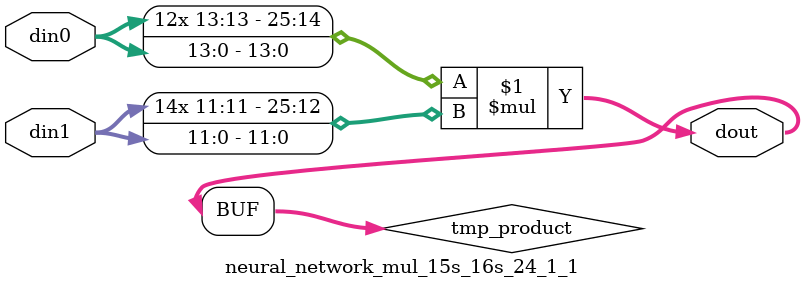
<source format=v>

`timescale 1 ns / 1 ps

  module neural_network_mul_15s_16s_24_1_1(din0, din1, dout);
parameter ID = 1;
parameter NUM_STAGE = 0;
parameter din0_WIDTH = 14;
parameter din1_WIDTH = 12;
parameter dout_WIDTH = 26;

input [din0_WIDTH - 1 : 0] din0; 
input [din1_WIDTH - 1 : 0] din1; 
output [dout_WIDTH - 1 : 0] dout;

wire signed [dout_WIDTH - 1 : 0] tmp_product;













assign tmp_product = $signed(din0) * $signed(din1);








assign dout = tmp_product;







endmodule

</source>
